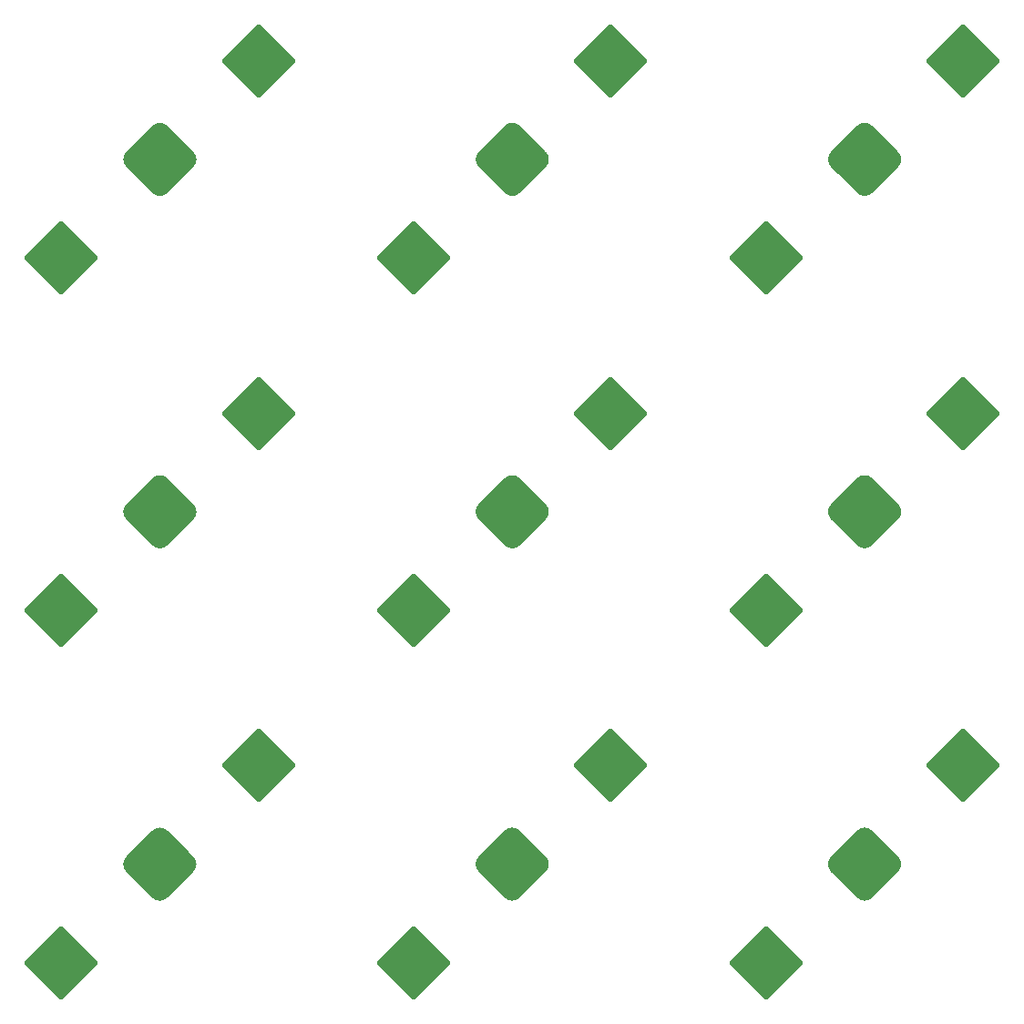
<source format=gbp>
%TF.GenerationSoftware,KiCad,Pcbnew,9.0.0-rc2-3baa6cd791~182~ubuntu24.04.1*%
%TF.CreationDate,2025-01-31T11:47:19-05:00*%
%TF.ProjectId,PCA20073_nRF54L15_Tiny_Board,50434132-3030-4373-935f-6e524635344c,rev?*%
%TF.SameCoordinates,Original*%
%TF.FileFunction,Paste,Bot*%
%TF.FilePolarity,Positive*%
%FSLAX45Y45*%
G04 Gerber Fmt 4.5, Leading zero omitted, Abs format (unit mm)*
G04 Created by KiCad (PCBNEW 9.0.0-rc2-3baa6cd791~182~ubuntu24.04.1) date 2025-01-31 11:47:19*
%MOMM*%
%LPD*%
G01*
G04 APERTURE LIST*
G04 Aperture macros list*
%AMRoundRect*
0 Rectangle with rounded corners*
0 $1 Rounding radius*
0 $2 $3 $4 $5 $6 $7 $8 $9 X,Y pos of 4 corners*
0 Add a 4 corners polygon primitive as box body*
4,1,4,$2,$3,$4,$5,$6,$7,$8,$9,$2,$3,0*
0 Add four circle primitives for the rounded corners*
1,1,$1+$1,$2,$3*
1,1,$1+$1,$4,$5*
1,1,$1+$1,$6,$7*
1,1,$1+$1,$8,$9*
0 Add four rect primitives between the rounded corners*
20,1,$1+$1,$2,$3,$4,$5,0*
20,1,$1+$1,$4,$5,$6,$7,0*
20,1,$1+$1,$6,$7,$8,$9,0*
20,1,$1+$1,$8,$9,$2,$3,0*%
G04 Aperture macros list end*
%ADD10C,0.000000*%
%ADD11RoundRect,0.250000X0.000000X3.181981X-3.181981X0.000000X0.000000X-3.181981X3.181981X0.000000X0*%
%ADD12RoundRect,0.125000X0.000000X1.237437X-1.237437X0.000000X0.000000X-1.237437X1.237437X0.000000X0*%
G04 APERTURE END LIST*
D10*
%TO.C,BT1*%
G36*
X18018808Y-10740670D02*
G01*
X18018808Y-10740670D01*
G75*
G02*
X18160229Y-10740670I70711J-70711D01*
G01*
X18400645Y-10981086D01*
G75*
G02*
X18400645Y-11122508I-70715J-70714D01*
G01*
X18160229Y-11362924D01*
G75*
G02*
X18018808Y-11362924I-70711J70711D01*
G01*
X17778391Y-11122508D01*
G75*
G02*
X17778391Y-10981086I70709J70708D01*
G01*
X18018808Y-10740670D01*
G37*
G36*
X11469060Y-4190922D02*
G01*
X11469060Y-4190922D01*
G75*
G02*
X11610482Y-4190922I70711J-70711D01*
G01*
X11850898Y-4431339D01*
G75*
G02*
X11850898Y-4572760I-70708J-70711D01*
G01*
X11610482Y-4813176D01*
G75*
G02*
X11469060Y-4813176I-70711J70711D01*
G01*
X11228644Y-4572760D01*
G75*
G02*
X11228644Y-4431339I70706J70710D01*
G01*
X11469060Y-4190922D01*
G37*
G36*
X14743934Y-7465796D02*
G01*
X14743934Y-7465796D01*
G75*
G02*
X14885355Y-7465796I70711J-70711D01*
G01*
X15125772Y-7706212D01*
G75*
G02*
X15125772Y-7847634I-70712J-70708D01*
G01*
X14885355Y-8088050D01*
G75*
G02*
X14743934Y-8088050I-70711J70711D01*
G01*
X14503518Y-7847634D01*
G75*
G02*
X14503518Y-7706212I70712J70714D01*
G01*
X14743934Y-7465796D01*
G37*
G36*
X18018808Y-4190922D02*
G01*
X18018808Y-4190922D01*
G75*
G02*
X18160229Y-4190922I70711J-70711D01*
G01*
X18400645Y-4431339D01*
G75*
G02*
X18400645Y-4572760I-70715J-70711D01*
G01*
X18160229Y-4813176D01*
G75*
G02*
X18018808Y-4813176I-70711J70711D01*
G01*
X17778391Y-4572760D01*
G75*
G02*
X17778391Y-4431339I70709J70710D01*
G01*
X18018808Y-4190922D01*
G37*
G36*
X14743934Y-10740670D02*
G01*
X14743934Y-10740670D01*
G75*
G02*
X14885355Y-10740670I70711J-70711D01*
G01*
X15125772Y-10981086D01*
G75*
G02*
X15125772Y-11122508I-70712J-70714D01*
G01*
X14885355Y-11362924D01*
G75*
G02*
X14743934Y-11362924I-70711J70711D01*
G01*
X14503518Y-11122508D01*
G75*
G02*
X14503518Y-10981086I70712J70708D01*
G01*
X14743934Y-10740670D01*
G37*
G36*
X11469060Y-7465796D02*
G01*
X11469060Y-7465796D01*
G75*
G02*
X11610482Y-7465796I70711J-70711D01*
G01*
X11850898Y-7706212D01*
G75*
G02*
X11850898Y-7847634I-70708J-70708D01*
G01*
X11610482Y-8088050D01*
G75*
G02*
X11469060Y-8088050I-70711J70711D01*
G01*
X11228644Y-7847634D01*
G75*
G02*
X11228644Y-7706212I70706J70714D01*
G01*
X11469060Y-7465796D01*
G37*
G36*
X18018808Y-7465796D02*
G01*
X18018808Y-7465796D01*
G75*
G02*
X18160229Y-7465796I70711J-70711D01*
G01*
X18400645Y-7706212D01*
G75*
G02*
X18400645Y-7847634I-70715J-70708D01*
G01*
X18160229Y-8088050D01*
G75*
G02*
X18018808Y-8088050I-70711J70711D01*
G01*
X17778391Y-7847634D01*
G75*
G02*
X17778391Y-7706212I70709J70714D01*
G01*
X18018808Y-7465796D01*
G37*
G36*
X11469060Y-10740670D02*
G01*
X11469060Y-10740670D01*
G75*
G02*
X11610482Y-10740670I70711J-70711D01*
G01*
X11850898Y-10981086D01*
G75*
G02*
X11850898Y-11122508I-70708J-70714D01*
G01*
X11610482Y-11362924D01*
G75*
G02*
X11469060Y-11362924I-70711J70711D01*
G01*
X11228644Y-11122508D01*
G75*
G02*
X11228644Y-10981086I70706J70708D01*
G01*
X11469060Y-10740670D01*
G37*
G36*
X14743934Y-4190922D02*
G01*
X14743934Y-4190922D01*
G75*
G02*
X14885355Y-4190922I70711J-70711D01*
G01*
X15125772Y-4431339D01*
G75*
G02*
X15125772Y-4572760I-70712J-70711D01*
G01*
X14885355Y-4813176D01*
G75*
G02*
X14743934Y-4813176I-70711J70711D01*
G01*
X14503518Y-4572760D01*
G75*
G02*
X14503518Y-4431339I70712J70710D01*
G01*
X14743934Y-4190922D01*
G37*
%TD*%
D11*
%TO.C,BT1*%
X19005222Y-10136094D03*
X17173815Y-11967500D03*
D12*
X18259224Y-11051797D03*
X18089518Y-10882091D03*
X18089518Y-11221502D03*
X17919813Y-11051797D03*
%TD*%
D11*
%TO.C,BT1*%
X12455474Y-3586346D03*
X10624068Y-5417753D03*
D12*
X11709477Y-4502049D03*
X11539771Y-4332344D03*
X11539771Y-4671755D03*
X11370065Y-4502049D03*
%TD*%
D11*
%TO.C,BT1*%
X15730348Y-6861220D03*
X13898941Y-8692626D03*
D12*
X14984350Y-7776923D03*
X14814645Y-7607217D03*
X14814645Y-7946629D03*
X14644939Y-7776923D03*
%TD*%
D11*
%TO.C,BT1*%
X19005222Y-3586346D03*
X17173815Y-5417753D03*
D12*
X18259224Y-4502049D03*
X18089518Y-4332344D03*
X18089518Y-4671755D03*
X17919813Y-4502049D03*
%TD*%
D11*
%TO.C,BT1*%
X15730348Y-10136094D03*
X13898941Y-11967500D03*
D12*
X14984350Y-11051797D03*
X14814645Y-10882091D03*
X14814645Y-11221502D03*
X14644939Y-11051797D03*
%TD*%
D11*
%TO.C,BT1*%
X12455474Y-6861220D03*
X10624068Y-8692626D03*
D12*
X11709477Y-7776923D03*
X11539771Y-7607217D03*
X11539771Y-7946629D03*
X11370065Y-7776923D03*
%TD*%
D11*
%TO.C,BT1*%
X19005222Y-6861220D03*
X17173815Y-8692626D03*
D12*
X18259224Y-7776923D03*
X18089518Y-7607217D03*
X18089518Y-7946629D03*
X17919813Y-7776923D03*
%TD*%
D11*
%TO.C,BT1*%
X12455474Y-10136094D03*
X10624068Y-11967500D03*
D12*
X11709477Y-11051797D03*
X11539771Y-10882091D03*
X11539771Y-11221502D03*
X11370065Y-11051797D03*
%TD*%
D11*
%TO.C,BT1*%
X15730348Y-3586346D03*
X13898941Y-5417753D03*
D12*
X14984350Y-4502049D03*
X14814645Y-4332344D03*
X14814645Y-4671755D03*
X14644939Y-4502049D03*
%TD*%
M02*

</source>
